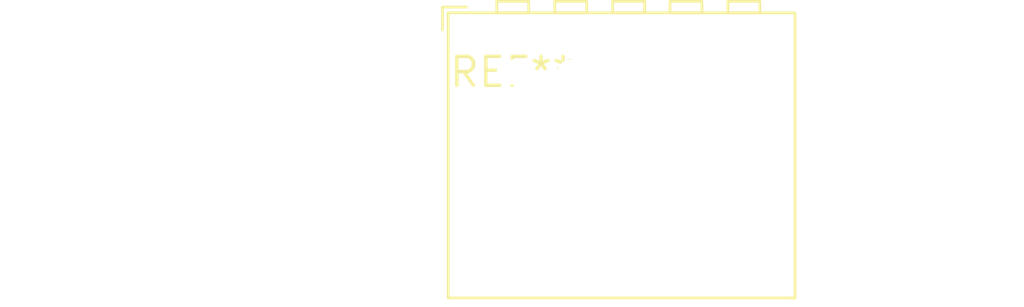
<source format=kicad_pcb>
(kicad_pcb (version 20240108) (generator pcbnew)
  (layers (0 "F.Cu" signal) (31 "B.Cu" signal) (34 "B.Paste" user) (35 "F.Paste" user) (36 "B.SilkS" user "B.Silkscreen") (37 "F.SilkS" user "F.Silkscreen") (38 "B.Mask" user) (39 "F.Mask" user) (44 "Edge.Cuts" user))
  (net 0 "")
  (footprint "TerminalBlock_WAGO_233-505_2x05_P2.54mm" (layer "F.Cu") (at 0 0)
    (property "Reference" "REF**")
    (property "Value" "TerminalBlock_WAGO_233-505_2x05_P2.54mm")
    (fp_line (start -3.05 -2.85) (end -3.05 -1.85) (layer "F.SilkS") (stroke (width 0.12)))
    (fp_line (start -3.05 -2.85) (end -2 -2.85) (layer "F.SilkS") (stroke (width 0.12)))
    (fp_line (start -2.8 -2.6) (end 12.4 -2.6) (layer "F.SilkS") (stroke (width 0.12)))
    (fp_line (start -2.8 9.9) (end -2.8 -2.6) (layer "F.SilkS") (stroke (width 0.12)))
    (fp_line (start 12.4 -2.6) (end 12.4 9.9) (layer "F.SilkS") (stroke (width 0.12)))
    (fp_line (start 12.4 9.9) (end -2.8 9.9) (layer "F.SilkS") (stroke (width 0.12)))
    (fp_rect (start -0.67 -3.1) (end 0.73 -2.6) (layer "F.SilkS") (stroke (width 0.12)) (fill none))
    (fp_rect (start 1.87 -3.1) (end 3.27 -2.6) (layer "F.SilkS") (stroke (width 0.12)) (fill none))
    (fp_rect (start 4.41 -3.1) (end 5.81 -2.6) (layer "F.SilkS") (stroke (width 0.12)) (fill none))
    (fp_rect (start 6.92 -3.1) (end 8.32 -2.6) (layer "F.SilkS") (stroke (width 0.12)) (fill none))
    (fp_rect (start 9.46 -3.1) (end 10.86 -2.6) (layer "F.SilkS") (stroke (width 0.12)) (fill none))
    (pad "1" thru_hole roundrect (at 0 0) (size 1.8 3.2) (drill 1.1) (layers *.Cu *.Mask) (remove_unused_layers) (roundrect_rratio 0.1388888889))
    (pad "1" thru_hole roundrect (at 0 5) (size 1.8 3.2) (drill 1.1) (layers *.Cu *.Mask) (remove_unused_layers) (roundrect_rratio 0.1388888889))
    (pad "2" thru_hole oval (at 2.54 0) (size 1.8 3.2) (drill 1.1) (layers *.Cu *.Mask) (remove_unused_layers))
    (pad "2" thru_hole oval (at 2.54 5) (size 1.8 3.2) (drill 1.1) (layers *.Cu *.Mask) (remove_unused_layers))
    (pad "3" thru_hole oval (at 5.08 0) (size 1.8 3.2) (drill 1.1) (layers *.Cu *.Mask) (remove_unused_layers))
    (pad "3" thru_hole oval (at 5.08 5) (size 1.8 3.2) (drill 1.1) (layers *.Cu *.Mask) (remove_unused_layers))
    (pad "4" thru_hole oval (at 7.62 0) (size 1.8 3.2) (drill 1.1) (layers *.Cu *.Mask) (remove_unused_layers))
    (pad "4" thru_hole oval (at 7.62 5) (size 1.8 3.2) (drill 1.1) (layers *.Cu *.Mask) (remove_unused_layers))
    (pad "5" thru_hole oval (at 10.16 0) (size 1.8 3.2) (drill 1.1) (layers *.Cu *.Mask) (remove_unused_layers))
    (pad "5" thru_hole oval (at 10.16 5) (size 1.8 3.2) (drill 1.1) (layers *.Cu *.Mask) (remove_unused_layers))
  )
)
</source>
